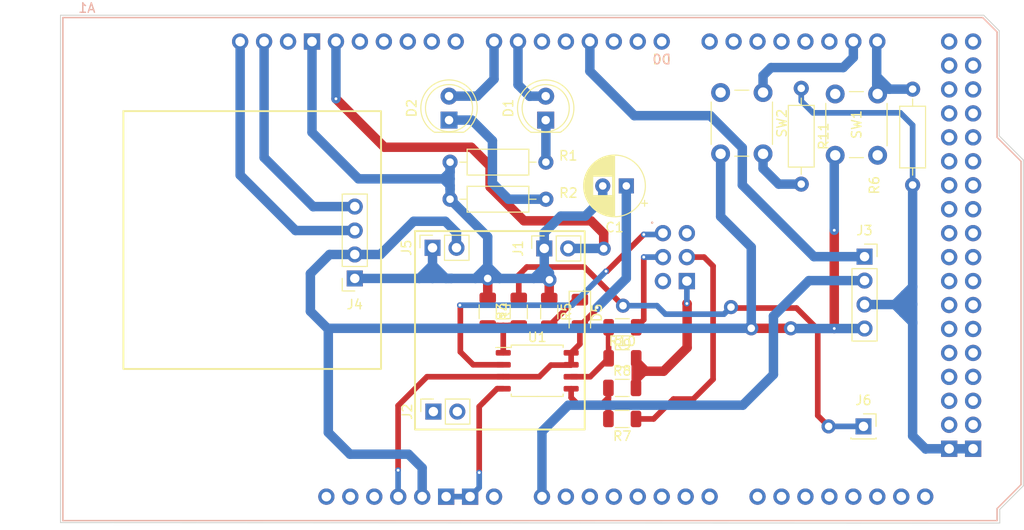
<source format=kicad_pcb>
(kicad_pcb (version 20221018) (generator pcbnew)
  (layers (0 "F.Cu" signal) (31 "B.Cu" signal) (34 "B.Paste" user) (35 "F.Paste" user) (36 "B.SilkS" user "B.Silkscreen") (37 "F.SilkS" user "F.Silkscreen") (38 "B.Mask" user) (39 "F.Mask" user) (44 "Edge.Cuts" user))
  (net 0 "")
  (net 1 "3V3")
  (net 2 "5V")
  (net 6 "A0")
  (net 26 "PE5")
  (net 29 "Net-(D1-A)")
  (net 30 "Net-(D2-A)")
  (net 36 "PB7")
  (net 43 "Net-(A1-D21{slash}SCL)")
  (net 72 "MISO")
  (net 73 "MOSI")
  (net 74 "SCK")
  (net 75 "CS")
  (net 79 "SCL_OLED")
  (net 80 "SDA_OLED")
  (net 82 "GND")
  (net 83 "Net-(D1-K)")
  (net 84 "Net-(D2-K)")
  (net 85 "Net-(D5-K)")
  (net 88 "Net-(U1-~{CS})")
  (net 89 "Data_In")
  (net 90 "CLK")
  (net 95 "Net-(A1-D20{slash}SDA)")
  (footprint "Connector_PinSocket_2.54mm:PinSocket_1x02_P2.54mm_Vertical" (layer "F.Cu") (at 142.44 127.98 90)
    (fp_text reference "J2" (at 0 -2.77 90) (layer "F.SilkS"))
    (fp_text value "Speaker Conn")
    (pad "1" thru_hole rect (at 0 0 90) (size 1.7 1.7) (drill 1) (layers "*.Cu" "*.Mask"))
    (pad "2" thru_hole oval (at 0 2.54 90) (size 1.7 1.7) (drill 1) (layers "*.Cu" "*.Mask"))
  )
  (footprint "Button_Switch_THT:SW_PUSH_6mm_H8mm" (layer "F.Cu") (at 177.4 94.15 -90)
    (fp_text reference "SW2" (at 3.25 -2 90) (layer "F.SilkS"))
    (fp_text value "SW_Push")
    (pad "1" thru_hole circle (at 0 0) (size 2 2) (drill 1.1) (layers "*.Cu" "*.Mask") (net 95 "Net-(A1-D20{slash}SDA)"))
    (pad "1" thru_hole circle (at 6.5 0) (size 2 2) (drill 1.1) (layers "*.Cu" "*.Mask") (net 95 "Net-(A1-D20{slash}SDA)"))
    (pad "2" thru_hole circle (at 0 4.5) (size 2 2) (drill 1.1) (layers "*.Cu" "*.Mask") (net 2 "5V"))
    (pad "2" thru_hole circle (at 6.5 4.5) (size 2 2) (drill 1.1) (layers "*.Cu" "*.Mask") (net 2 "5V"))
  )
  (footprint "Resistor_SMD:R_1206_3216Metric" (layer "F.Cu") (at 148.205 117.39 -90)
    (fp_text reference "R4" (at 0 -1.82 90) (layer "F.SilkS"))
    (fp_text value "2k")
    (pad "1" smd roundrect (at -1.4625 0 270) (size 1.125 1.75) (layers "F.Cu" "F.Paste" "F.Mask") (roundrect_rratio 0.222222) (net 82 "GND"))
    (pad "2" smd roundrect (at 1.4625 0 270) (size 1.125 1.75) (layers "F.Cu" "F.Paste" "F.Mask") (roundrect_rratio 0.222222) (net 88 "Net-(U1-~{CS})"))
  )
  (footprint "Connector_PinSocket_2.54mm:PinSocket_1x01_P2.54mm_Vertical" (layer "F.Cu") (at 188.05 129.55)
    (fp_text reference "J6" (at 0 -2.77) (layer "F.SilkS"))
    (fp_text value "To D53")
    (pad "1" thru_hole rect (at 0 0) (size 1.7 1.7) (drill 1) (layers "*.Cu" "*.Mask") (net 75 "CS"))
  )
  (footprint "Resistor_THT:R_Axial_DIN0207_L6.3mm_D2.5mm_P10.16mm_Horizontal" (layer "F.Cu") (at 181.45 93.7 -90)
    (fp_text reference "R11" (at 5.08 -2.37 90) (layer "F.SilkS"))
    (fp_text value "220R")
    (pad "1" thru_hole circle (at 0 0 270) (size 1.6 1.6) (drill 0.8) (layers "*.Cu" "*.Mask") (net 82 "GND"))
    (pad "2" thru_hole oval (at 10.16 0 270) (size 1.6 1.6) (drill 0.8) (layers "*.Cu" "*.Mask") (net 95 "Net-(A1-D20{slash}SDA)"))
  )
  (footprint "Resistor_SMD:R_1206_3216Metric" (layer "F.Cu") (at 154.725 117.41 -90)
    (fp_text reference "R5" (at 0 -1.82 90) (layer "F.SilkS"))
    (fp_text value "100R")
    (pad "1" smd roundrect (at -1.4625 0 270) (size 1.125 1.75) (layers "F.Cu" "F.Paste" "F.Mask") (roundrect_rratio 0.222222) (net 82 "GND"))
    (pad "2" smd roundrect (at 1.4625 0 270) (size 1.125 1.75) (layers "F.Cu" "F.Paste" "F.Mask") (roundrect_rratio 0.222222) (net 85 "Net-(D5-K)"))
  )
  (footprint "Connector_PinSocket_2.54mm:PinSocket_1x04_P2.54mm_Vertical" (layer "F.Cu") (at 188.16 111.55)
    (fp_text reference "J3" (at 0 -2.77) (layer "F.SilkS"))
    (fp_text value "MQ-2 MODULE")
    (pad "1" thru_hole rect (at 0 0) (size 1.7 1.7) (drill 1) (layers "*.Cu" "*.Mask") (net 26 "PE5"))
    (pad "2" thru_hole oval (at 0 2.54) (size 1.7 1.7) (drill 1) (layers "*.Cu" "*.Mask") (net 6 "A0"))
    (pad "3" thru_hole oval (at 0 5.08) (size 1.7 1.7) (drill 1) (layers "*.Cu" "*.Mask") (net 82 "GND"))
    (pad "4" thru_hole oval (at 0 7.62) (size 1.7 1.7) (drill 1) (layers "*.Cu" "*.Mask") (net 2 "5V"))
  )
  (footprint "LED_THT:LED_D5.0mm" (layer "F.Cu") (at 154.35 97.075 90)
    (fp_text reference "D1" (at 1.27 -3.96 90) (layer "F.SilkS"))
    (fp_text value "LED")
    (pad "1" thru_hole rect (at 0 0 90) (size 1.8 1.8) (drill 0.9) (layers "*.Cu" "*.Mask") (net 83 "Net-(D1-K)"))
    (pad "2" thru_hole circle (at 2.54 0 90) (size 1.8 1.8) (drill 0.9) (layers "*.Cu" "*.Mask") (net 29 "Net-(D1-A)"))
  )
  (footprint "Resistor_SMD:R_1206_3216Metric" (layer "F.Cu") (at 162.4625 128.76 180)
    (fp_text reference "R7" (at 0 -1.82) (layer "F.SilkS"))
    (fp_text value "1k")
    (pad "1" smd roundrect (at -1.4625 0 180) (size 1.125 1.75) (layers "F.Cu" "F.Paste" "F.Mask") (roundrect_rratio 0.222222) (net 73 "MOSI"))
    (pad "2" smd roundrect (at 1.4625 0 180) (size 1.125 1.75) (layers "F.Cu" "F.Paste" "F.Mask") (roundrect_rratio 0.222222) (net 89 "Data_In"))
  )
  (footprint "Resistor_SMD:R_1206_3216Metric" (layer "F.Cu") (at 162.4625 125.47)
    (fp_text reference "R8" (at 0 -1.82) (layer "F.SilkS"))
    (fp_text value "2k")
    (pad "1" smd roundrect (at -1.4625 0) (size 1.125 1.75) (layers "F.Cu" "F.Paste" "F.Mask") (roundrect_rratio 0.222222) (net 89 "Data_In"))
    (pad "2" smd roundrect (at 1.4625 0) (size 1.125 1.75) (layers "F.Cu" "F.Paste" "F.Mask") (roundrect_rratio 0.222222) (net 82 "GND"))
  )
  (footprint "Connector_PinSocket_2.54mm:PinSocket_1x04_P2.54mm_Vertical" (layer "F.Cu") (at 134.105 113.86 180)
    (fp_text reference "J4" (at 0 -2.77) (layer "F.SilkS"))
    (fp_text value "OLED MODULE")
    (pad "1" thru_hole rect (at 0 0 180) (size 1.7 1.7) (drill 1) (layers "*.Cu" "*.Mask") (net 82 "GND"))
    (pad "2" thru_hole oval (at 0 2.54 180) (size 1.7 1.7) (drill 1) (layers "*.Cu" "*.Mask") (net 2 "5V"))
    (pad "3" thru_hole oval (at 0 5.08 180) (size 1.7 1.7) (drill 1) (layers "*.Cu" "*.Mask") (net 79 "SCL_OLED"))
    (pad "4" thru_hole oval (at 0 7.62 180) (size 1.7 1.7) (drill 1) (layers "*.Cu" "*.Mask") (net 80 "SDA_OLED"))
  )
  (footprint "Resistor_THT:R_Axial_DIN0207_L6.3mm_D2.5mm_P10.16mm_Horizontal" (layer "F.Cu") (at 193.26 103.95 90)
    (fp_text reference "R6" (at -0.02 -4.05 90) (layer "F.SilkS"))
    (fp_text value "220R")
    (pad "1" thru_hole circle (at 0 0 90) (size 1.6 1.6) (drill 0.8) (layers "*.Cu" "*.Mask") (net 82 "GND"))
    (pad "2" thru_hole oval (at 10.16 0 90) (size 1.6 1.6) (drill 0.8) (layers "*.Cu" "*.Mask") (net 43 "Net-(A1-D21{slash}SCL)"))
  )
  (footprint "Resistor_SMD:R_1206_3216Metric" (layer "F.Cu") (at 162.485 119.04 180)
    (fp_text reference "R9" (at 0 -1.82) (layer "F.SilkS"))
    (fp_text value "1k")
    (pad "1" smd roundrect (at -1.4625 0 180) (size 1.125 1.75) (layers "F.Cu" "F.Paste" "F.Mask") (roundrect_rratio 0.222222) (net 74 "SCK"))
    (pad "2" smd roundrect (at 1.4625 0 180) (size 1.125 1.75) (layers "F.Cu" "F.Paste" "F.Mask") (roundrect_rratio 0.222222) (net 90 "CLK"))
  )
  (footprint "Resistor_THT:R_Axial_DIN0207_L6.3mm_D2.5mm_P10.16mm_Horizontal" (layer "F.Cu") (at 154.37 105.46 180)
    (fp_text reference "R2" (at -2.39 0.66) (layer "F.SilkS"))
    (fp_text value "220R")
    (pad "1" thru_hole circle (at 0 0 180) (size 1.6 1.6) (drill 0.8) (layers "*.Cu" "*.Mask") (net 84 "Net-(D2-K)"))
    (pad "2" thru_hole oval (at 10.16 0 180) (size 1.6 1.6) (drill 0.8) (layers "*.Cu" "*.Mask") (net 82 "GND"))
  )
  (footprint "Connector_PinSocket_2.54mm:PinSocket_1x02_P2.54mm_Vertical" (layer "F.Cu") (at 154.2 110.68 90)
    (fp_text reference "J1" (at 0 -2.77 90) (layer "F.SilkS"))
    (fp_text value "AMP MODULE")
    (pad "1" thru_hole rect (at 0 0 90) (size 1.7 1.7) (drill 1) (layers "*.Cu" "*.Mask") (net 82 "GND"))
    (pad "2" thru_hole oval (at 0 2.54 90) (size 1.7 1.7) (drill 1) (layers "*.Cu" "*.Mask") (net 36 "PB7"))
  )
  (footprint "Resistor_SMD:R_1206_3216Metric" (layer "F.Cu") (at 151.495 117.39 90)
    (fp_text reference "R3" (at 0 -1.82 90) (layer "F.SilkS"))
    (fp_text value "1k")
    (pad "1" smd roundrect (at -1.4625 0 90) (size 1.125 1.75) (layers "F.Cu" "F.Paste" "F.Mask") (roundrect_rratio 0.222222) (net 88 "Net-(U1-~{CS})"))
    (pad "2" smd roundrect (at 1.4625 0 90) (size 1.125 1.75) (layers "F.Cu" "F.Paste" "F.Mask") (roundrect_rratio 0.222222) (net 75 "CS"))
  )
  (footprint "Resistor_SMD:R_1206_3216Metric" (layer "F.Cu") (at 162.485 122.33)
    (fp_text reference "R10" (at 0 -1.82) (layer "F.SilkS"))
    (fp_text value "2k")
    (pad "1" smd roundrect (at -1.4625 0) (size 1.125 1.75) (layers "F.Cu" "F.Paste" "F.Mask") (roundrect_rratio 0.222222) (net 90 "CLK"))
    (pad "2" smd roundrect (at 1.4625 0) (size 1.125 1.75) (layers "F.Cu" "F.Paste" "F.Mask") (roundrect_rratio 0.222222) (net 82 "GND"))
  )
  (footprint "LED_SMD:LED_1206_3216Metric" (layer "F.Cu") (at 157.975 117.51 -90)
    (fp_text reference "D5" (at 0 -1.82 90) (layer "F.SilkS"))
    (fp_text value "LED")
    (pad "1" smd roundrect (at -1.4 0 270) (size 1.25 1.75) (layers "F.Cu" "F.Paste" "F.Mask") (roundrect_rratio 0.2) (net 85 "Net-(D5-K)"))
    (pad "2" smd roundrect (at 1.4 0 270) (size 1.25 1.75) (layers "F.Cu" "F.Paste" "F.Mask") (roundrect_rratio 0.2) (net 1 "3V3"))
  )
  (footprint "LED_THT:LED_D5.0mm" (layer "F.Cu") (at 144.1 97.07 90)
    (fp_text reference "D2" (at 1.27 -3.96 90) (layer "F.SilkS"))
    (fp_text value "LED")
    (pad "1" thru_hole rect (at 0 0 90) (size 1.8 1.8) (drill 0.9) (layers "*.Cu" "*.Mask") (net 84 "Net-(D2-K)"))
    (pad "2" thru_hole circle (at 2.54 0 90) (size 1.8 1.8) (drill 0.9) (layers "*.Cu" "*.Mask") (net 30 "Net-(D2-A)"))
  )
  (footprint "Package_SO:SOP-8_5.28x5.23mm_P1.27mm" (layer "F.Cu") (at 153.45 123.65)
    (fp_text reference "U1" (at 0 -3.56) (layer "F.SilkS"))
    (fp_text value "W25Q32JVSS")
    (pad "1" smd roundrect (at -3.6 -1.905) (size 1.6 0.6) (layers "F.Cu" "F.Paste" "F.Mask") (net 88 "Net-(U1-~{CS})"))
    (pad "2" smd roundrect (at -3.6 -0.635) (size 1.6 0.6) (layers "F.Cu" "F.Paste" "F.Mask") (net 72 "MISO"))
    (pad "3" smd roundrect (at -3.6 0.635) (size 1.6 0.6) (layers "F.Cu" "F.Paste" "F.Mask") (net 1 "3V3"))
    (pad "4" smd roundrect (at -3.6 1.905) (size 1.6 0.6) (layers "F.Cu" "F.Paste" "F.Mask") (net 82 "GND"))
    (pad "5" smd roundrect (at 3.6 1.905) (size 1.6 0.6) (layers "F.Cu" "F.Paste" "F.Mask") (net 89 "Data_In"))
    (pad "6" smd roundrect (at 3.6 0.635) (size 1.6 0.6) (layers "F.Cu" "F.Paste" "F.Mask") (net 90 "CLK"))
    (pad "7" smd roundrect (at 3.6 -0.635) (size 1.6 0.6) (layers "F.Cu" "F.Paste" "F.Mask") (net 1 "3V3"))
    (pad "8" smd roundrect (at 3.6 -1.905) (size 1.6 0.6) (layers "F.Cu" "F.Paste" "F.Mask") (net 1 "3V3"))
  )
  (footprint "Button_Switch_THT:SW_PUSH_6mm_H8mm" (layer "F.Cu") (at 189.55 94.3 -90)
    (fp_text reference "SW1" (at 3.24 2.23 90) (layer "F.SilkS"))
    (fp_text value "SW_Push")
    (pad "1" thru_hole circle (at 0 0) (size 2 2) (drill 1.1) (layers "*.Cu" "*.Mask") (net 43 "Net-(A1-D21{slash}SCL)"))
    (pad "1" thru_hole circle (at 6.5 0) (size 2 2) (drill 1.1) (layers "*.Cu" "*.Mask") (net 43 "Net-(A1-D21{slash}SCL)"))
    (pad "2" thru_hole circle (at 0 4.5) (size 2 2) (drill 1.1) (layers "*.Cu" "*.Mask") (net 2 "5V"))
    (pad "2" thru_hole circle (at 6.5 4.5) (size 2 2) (drill 1.1) (layers "*.Cu" "*.Mask") (net 2 "5V"))
  )
  (footprint "PCM_arduino-library:Arduino_Mega2560_R3_Shield" (layer "F.Cu") (at 103.154 139.539237)
    (fp_text reference "A1" (at 2.54 -54.356) (layer "B.SilkS") (effects (justify mirror)))
    (fp_text value "Arduino_Mega2560_R3_Shield")
    (fp_text user "." (at 62.484 -32.004) (layer "B.SilkS"))
    (fp_text user "D0" (at 63.5 -48.895 unlocked) (layer "B.SilkS") (effects (justify mirror)))
    (fp_text user "D0" (at 63.5 -48.895 unlocked) (layer "F.SilkS"))
    (fp_text user "." (at 62.484 -32.004) (layer "F.SilkS"))
    (pad "" np_thru_hole circle (at 13.97 -2.54) (size 3.2 3.2) (drill 3.2) (layers "*.Cu" "*.Mask"))
    (pad "" np_thru_hole circle (at 15.24 -50.8) (size 3.2 3.2) (drill 3.2) (layers "*.Cu" "*.Mask"))
    (pad "" thru_hole oval (at 27.94 -2.54) (size 1.7272 1.7272) (drill 1.016) (layers "*.Cu" "*.Mask"))
    (pad "" np_thru_hole circle (at 66.04 -35.56) (size 3.2 3.2) (drill 3.2) (layers "*.Cu" "*.Mask"))
    (pad "" np_thru_hole circle (at 66.04 -7.62) (size 3.2 3.2) (drill 3.2) (layers "*.Cu" "*.Mask"))
    (pad "" np_thru_hole circle (at 90.17 -50.8) (size 3.2 3.2) (drill 3.2) (layers "*.Cu" "*.Mask"))
    (pad "" np_thru_hole circle (at 96.52 -2.54) (size 3.2 3.2) (drill 3.2) (layers "*.Cu" "*.Mask"))
    (pad "3V3" thru_hole oval (at 35.56 -2.54) (size 1.7272 1.7272) (drill 1.016) (layers "*.Cu" "*.Mask") (net 1 "3V3"))
    (pad "5V1" thru_hole oval (at 38.1 -2.54) (size 1.7272 1.7272) (drill 1.016) (layers "*.Cu" "*.Mask") (net 2 "5V"))
    (pad "5V2" thru_hole oval (at 66.167 -30.48) (size 1.7272 1.7272) (drill 1.016) (layers "*.Cu" "*.Mask"))
    (pad "5V3" thru_hole oval (at 93.98 -50.8) (size 1.7272 1.7272) (drill 1.016) (layers "*.Cu" "*.Mask"))
    (pad "5V4" thru_hole oval (at 96.52 -50.8) (size 1.7272 1.7272) (drill 1.016) (layers "*.Cu" "*.Mask"))
    (pad "A0" thru_hole oval (at 50.8 -2.54) (size 1.7272 1.7272) (drill 1.016) (layers "*.Cu" "*.Mask") (net 6 "A0"))
    (pad "A1" thru_hole oval (at 53.34 -2.54) (size 1.7272 1.7272) (drill 1.016) (layers "*.Cu" "*.Mask"))
    (pad "A2" thru_hole oval (at 55.88 -2.54) (size 1.7272 1.7272) (drill 1.016) (layers "*.Cu" "*.Mask"))
    (pad "A3" thru_hole oval (at 58.42 -2.54) (size 1.7272 1.7272) (drill 1.016) (layers "*.Cu" "*.Mask"))
    (pad "A4" thru_hole oval (at 60.96 -2.54) (size 1.7272 1.7272) (drill 1.016) (layers "*.Cu" "*.Mask"))
    (pad "A5" thru_hole oval (at 63.5 -2.54) (size 1.7272 1.7272) (drill 1.016) (layers "*.Cu" "*.Mask"))
    (pad "A6" thru_hole oval (at 66.04 -2.54) (size 1.7272 1.7272) (drill 1.016) (layers "*.Cu" "*.Mask"))
    (pad "A7" thru_hole oval (at 68.58 -2.54) (size 1.7272 1.7272) (drill 1.016) (layers "*.Cu" "*.Mask"))
    (pad "A8" thru_hole oval (at 73.66 -2.54) (size 1.7272 1.7272) (drill 1.016) (layers "*.Cu" "*.Mask"))
    (pad "A9" thru_hole oval (at 76.2 -2.54) (size 1.7272 1.7272) (drill 1.016) (layers "*.Cu" "*.Mask"))
    (pad "A10" thru_hole oval (at 78.74 -2.54) (size 1.7272 1.7272) (drill 1.016) (layers "*.Cu" "*.Mask"))
    (pad "A11" thru_hole oval (at 81.28 -2.54) (size 1.7272 1.7272) (drill 1.016) (layers "*.Cu" "*.Mask"))
    (pad "A12" thru_hole oval (at 83.82 -2.54) (size 1.7272 1.7272) (drill 1.016) (layers "*.Cu" "*.Mask"))
    (pad "A13" thru_hole oval (at 86.36 -2.54) (size 1.7272 1.7272) (drill 1.016) (layers "*.Cu" "*.Mask"))
    (pad "A14" thru_hole oval (at 88.9 -2.54) (size 1.7272 1.7272) (drill 1.016) (layers "*.Cu" "*.Mask"))
    (pad "A15" thru_hole oval (at 91.44 -2.54) (size 1.7272 1.7272) (drill 1.016) (layers "*.Cu" "*.Mask"))
    (pad "AREF" thru_hole oval (at 23.876 -50.8) (size 1.7272 1.7272) (drill 1.016) (layers "*.Cu" "*.Mask"))
    (pad "D0" thru_hole oval (at 63.5 -50.8) (size 1.7272 1.7272) (drill 1.016) (layers "*.Cu" "*.Mask"))
    (pad "D1" thru_hole oval (at 60.96 -50.8) (size 1.7272 1.7272) (drill 1.016) (layers "*.Cu" "*.Mask"))
    (pad "D2" thru_hole oval (at 58.42 -50.8) (size 1.7272 1.7272) (drill 1.016) (layers "*.Cu" "*.Mask"))
    (pad "D3" thru_hole oval (at 55.88 -50.8) (size 1.7272 1.7272) (drill 1.016) (layers "*.Cu" "*.Mask") (net 26 "PE5"))
    (pad "D4" thru_hole oval (at 53.34 -50.8) (size 1.7272 1.7272) (drill 1.016) (layers "*.Cu" "*.Mask"))
    (pad "D5" thru_hole oval (at 50.8 -50.8) (size 1.7272 1.7272) (drill 1.016) (layers "*.Cu" "*.Mask"))
    (pad "D6" thru_hole oval (at 48.26 -50.8) (size 1.7272 1.7272) (drill 1.016) (layers "*.Cu" "*.Mask") (net 29 "Net-(D1-A)"))
    (pad "D7" thru_hole oval (at 45.72 -50.8) (size 1.7272 1.7272) (drill 1.016) (layers "*.Cu" "*.Mask") (net 30 "Net-(D2-A)"))
    (pad "D8" thru_hole oval (at 41.656 -50.8) (size 1.7272 1.7272) (drill 1.016) (layers "*.Cu" "*.Mask"))
    (pad "D9" thru_hole oval (at 39.116 -50.8) (size 1.7272 1.7272) (drill 1.016) (layers "*.Cu" "*.Mask"))
    (pad "D10" thru_hole oval (at 36.576 -50.8) (size 1.7272 1.7272) (drill 1.016) (layers "*.Cu" "*.Mask"))
    (pad "D11" thru_hole oval (at 34.036 -50.8) (size 1.7272 1.7272) (drill 1.016) (layers "*.Cu" "*.Mask"))
    (pad "D12" thru_hole oval (at 31.496 -50.8) (size 1.7272 1.7272) (drill 1.016) (layers "*.Cu" "*.Mask"))
    (pad "D13" thru_hole oval (at 28.956 -50.8) (size 1.7272 1.7272) (drill 1.016) (layers "*.Cu" "*.Mask") (net 36 "PB7"))
    (pad "D14" thru_hole oval (at 68.58 -50.8) (size 1.7272 1.7272) (drill 1.016) (layers "*.Cu" "*.Mask"))
    (pad "D15" thru_hole oval (at 71.12 -50.8) (size 1.7272 1.7272) (drill 1.016) (layers "*.Cu" "*.Mask"))
    (pad "D16" thru_hole oval (at 73.66 -50.8) (size 1.7272 1.7272) (drill 1.016) (layers "*.Cu" "*.Mask"))
    (pad "D17" thru_hole oval (at 76.2 -50.8) (size 1.7272 1.7272) (drill 1.016) (layers "*.Cu" "*.Mask"))
    (pad "D18" thru_hole oval (at 78.74 -50.8) (size 1.7272 1.7272) (drill 1.016) (layers "*.Cu" "*.Mask"))
    (pad "D19" thru_hole oval (at 81.28 -50.8) (size 1.7272 1.7272) (drill 1.016) (layers "*.Cu" "*.Mask"))
    (pad "D20" thru_hole oval (at 83.82 -50.8) (size 1.7272 1.7272) (drill 1.016) (layers "*.Cu" "*.Mask") (net 95 "Net-(A1-D20{slash}SDA)"))
    (pad "D21" thru_hole oval (at 86.36 -50.8) (size 1.7272 1.7272) (drill 1.016) (layers "*.Cu" "*.Mask") (net 43 "Net-(A1-D21{slash}SCL)"))
    (pad "D22" thru_hole oval (at 93.98 -48.26) (size 1.7272 1.7272) (drill 1.016) (layers "*.Cu" "*.Mask"))
    (pad "D23" thru_hole oval (at 96.52 -48.26) (size 1.7272 1.7272) (drill 1.016) (layers "*.Cu" "*.Mask"))
    (pad "D24" thru_hole oval (at 93.98 -45.72) (size 1.7272 1.7272) (drill 1.016) (layers "*.Cu" "*.Mask"))
    (pad "D25" thru_hole oval (at 96.52 -45.72) (size 1.7272 1.7272) (drill 1.016) (layers "*.Cu" "*.Mask"))
    (pad "D26" thru_hole oval (at 93.98 -43.18) (size 1.7272 1.7272) (drill 1.016) (layers "*.Cu" "*.Mask"))
    (pad "D27" thru_hole oval (at 96.52 -43.18) (size 1.7272 1.7272) (drill 1.016) (layers "*.Cu" "*.Mask"))
    (pad "D28" thru_hole oval (at 93.98 -40.64) (size 1.7272 1.7272) (drill 1.016) (layers "*.Cu" "*.Mask"))
    (pad "D29" thru_hole oval (at 96.52 -40.64) (size 1.7272 1.7272) (drill 1.016) (layers "*.Cu" "*.Mask"))
    (pad "D30" thru_hole oval (at 93.98 -38.1) (size 1.7272 1.7272) (drill 1.016) (layers "*.Cu" "*.Mask"))
    (pad "D31" thru_hole oval (at 96.52 -38.1) (size 1.7272 1.7272) (drill 1.016) (layers "*.Cu" "*.Mask"))
    (pad "D32" thru_hole oval (at 93.98 -35.56) (size 1.7272 1.7272) (drill 1.016) (layers "*.Cu" "*.Mask"))
    (pad "D33" thru_hole oval (at 96.52 -35.56) (size 1.7272 1.7272) (drill 1.016) (layers "*.Cu" "*.Mask"))
    (pad "D34" thru_hole oval (at 93.98 -33.02) (size 1.7272 1.7272) (drill 1.016) (layers "*.Cu" "*.Mask"))
    (pad "D35" thru_hole oval (at 96.52 -33.02) (size 1.7272 1.7272) (drill 1.016) (layers "*.Cu" "*.Mask"))
    (pad "D36" thru_hole oval (at 93.98 -30.48) (size 1.7272 1.7272) (drill 1.016) (layers "*.Cu" "*.Mask"))
    (pad "D37" thru_hole oval (at 96.52 -30.48) (size 1.7272 1.7272) (drill 1.016) (layers "*.Cu" "*.Mask"))
    (pad "D38" thru_hole oval (at 93.98 -27.94) (size 1.7272 1.7272) (drill 1.016) (layers "*.Cu" "*.Mask"))
    (pad "D39" thru_hole oval (at 96.52 -27.94) (size 1.7272 1.7272) (drill 1.016) (layers "*.Cu" "*.Mask"))
    (pad "D40" thru_hole oval (at 93.98 -25.4) (size 1.7272 1.7272) (drill 1.016) (layers "*.Cu" "*.Mask"))
    (pad "D41" thru_hole oval (at 96.52 -25.4) (size 1.7272 1.7272) (drill 1.016) (layers "*.Cu" "*.Mask"))
    (pad "D42" thru_hole oval (at 93.98 -22.86) (size 1.7272 1.7272) (drill 1.016) (layers "*.Cu" "*.Mask"))
    (pad "D43" thru_hole oval (at 96.52 -22.86) (size 1.7272 1.7272) (drill 1.016) (layers "*.Cu" "*.Mask"))
    (pad "D44" thru_hole oval (at 93.98 -20.32) (size 1.7272 1.7272) (drill 1.016) (layers "*.Cu" "*.Mask"))
    (pad "D45" thru_hole oval (at 96.52 -20.32) (size 1.7272 1.7272) (drill 1.016) (layers "*.Cu" "*.Mask"))
    (pad "D46" thru_hole oval (at 93.98 -17.78) (size 1.7272 1.7272) (drill 1.016) (layers "*.Cu" "*.Mask"))
    (pad "D47" thru_hole oval (at 96.52 -17.78) (size 1.7272 1.7272) (drill 1.016) (layers "*.Cu" "*.Mask"))
    (pad "D48" thru_hole oval (at 93.98 -15.24) (size 1.7272 1.7272) (drill 1.016) (layers "*.Cu" "*.Mask"))
    (pad "D49" thru_hole oval (at 96.52 -15.24) (size 1.7272 1.7272) (drill 1.016) (layers "*.Cu" "*.Mask"))
    (pad "D50" thru_hole oval (at 93.98 -12.7) (size 1.7272 1.7272) (drill 1.016) (layers "*.Cu" "*.Mask"))
    (pad "D51" thru_hole oval (at 96.52 -12.7) (size 1.7272 1.7272) (drill 1.016) (layers "*.Cu" "*.Mask"))
    (pad "D52" thru_hole oval (at 93.98 -10.16) (size 1.7272 1.7272) (drill 1.016) (layers "*.Cu" "*.Mask"))
    (pad "D53" thru_hole oval (at 96.52 -10.16) (size 1.7272 1.7272) (drill 1.016) (layers "*.Cu" "*.Mask"))
    (pad "GND1" thru_hole rect (at 26.416 -50.8) (size 1.7272 1.7272) (drill 1.016) (layers "*.Cu" "*.Mask") (net 82 "GND"))
    (pad "GND2" thru_hole rect (at 40.64 -2.54) (size 1.7272 1.7272) (drill 1.016) (layers "*.Cu" "*.Mask") (net 82 "GND"))
    (pad "GND3" thru_hole rect (at 43.18 -2.54) (size 1.7272 1.7272) (drill 1.016) (layers "*.Cu" "*.Mask") (net 82 "GND"))
    (pad "GND4" thru_hole rect (at 66.167 -25.4) (size 1.7272 1.7272) (drill 1.016) (layers "*.Cu" "*.Mask") (net 82 "GND"))
    (pad "GND5" thru_hole rect (at 93.98 -7.62) (size 1.7272 1.7272) (drill 1.016) (layers "*.Cu" "*.Mask") (net 82 "GND"))
    (pad "GND6" thru_hole rect (at 96.52 -7.62) (size 1.7272 1.7272) (drill 1.016) (layers "*.Cu" "*.Mask") (net 82 "GND"))
    (pad "IORF" thru_hole oval (at 30.48 -2.54) (size 1.7272 1.7272) (drill 1.016) (layers "*.Cu" "*.Mask"))
    (pad "MISO" thru_hole oval (at 63.627 -30.48) (size 1.7272 1.7272) (drill 1.016) (layers "*.Cu" "*.Mask") (net 72 "MISO"))
    (pad "MOSI" thru_hole oval (at 66.167 -27.94) (size 1.7272 1.7272) (drill 1.016) (layers "*.Cu" "*.Mask") (net 73 "MOSI"))
    (pad "RST1" thru_hole oval (at 33.02 -2.54) (size 1.7272 1.7272) (drill 1.016) (layers "*.Cu" "*.Mask"))
    (pad "RST2" thru_hole oval (at 63.627 -25.4) (size 1.7272 1.7272) (drill 1.016) (layers "*.Cu" "*.Mask"))
    (pad "SCK" thru_hole oval (at 63.627 -27.94) (size 1.7272 1.7272) (drill 1.016) (layers "*.Cu" "*.Mask") (net 74 "SCK"))
    (pad "SCL" thru_hole oval (at 18.796 -50.8) (size 1.7272 1.7272) (drill 1.016) (layers "*.Cu" "*.Mask") (net 79 "SCL_OLED"))
    (pad "SDA" thru_hole oval (at 21.336 -50.8) (size 1.7272 1.7272) (drill 1.016) (layers "*.Cu" "*.Mask") (net 80 "SDA_OLED"))
    (pad "VIN" thru_hole oval (at 45.72 -2.54) (size 1.7272 1.7272) (drill 1.016) (layers "*.Cu" "*.Mask"))
  )
  (footprint "Capacitor_THT:CP_Radial_D6.3mm_P2.50mm" (layer "F.Cu") (at 162.9 104.05 180)
    (fp_text reference "C1" (at 1.25 -4.4) (layer "F.SilkS"))
    (fp_text value "C_Polarized")
    (pad "1" thru_hole rect (at 0 0 180) (size 1.6 1.6) (drill 0.8) (layers "*.Cu" "*.Mask") (net 1 "3V3"))
    (pad "2" thru_hole circle (at 2.5 0 180) (size 1.6 1.6) (drill 0.8) (layers "*.Cu" "*.Mask") (net 82 "GND"))
  )
  (footprint "Connector_PinSocket_2.54mm:PinSocket_1x02_P2.54mm_Vertical" (layer "F.Cu") (at 142.35 110.61 90)
    (fp_text reference "J5" (at 0 -2.77 90) (layer "F.SilkS"))
    (fp_text value "VCC")
    (pad "1" thru_hole rect (at 0 0 90) (size 1.7 1.7) (drill 1) (layers "*.Cu" "*.Mask") (net 82 "GND"))
    (pad "2" thru_hole oval (at 0 2.54 90) (size 1.7 1.7) (drill 1) (layers "*.Cu" "*.Mask") (net 2 "5V"))
  )
  (footprint "Resistor_THT:R_Axial_DIN0207_L6.3mm_D2.5mm_P10.16mm_Horizontal" (layer "F.Cu") (at 154.37 101.53 180)
    (fp_text reference "R1" (at -2.37 0.68) (layer "F.SilkS"))
    (fp_text value "220R")
    (pad "1" thru_hole circle (at 0 0 180) (size 1.6 1.6) (drill 0.8) (layers "*.Cu" "*.Mask") (net 83 "Net-(D1-K)"))
    (pad "2" thru_hole oval (at 10.16 0 180) (size 1.6 1.6) (drill 0.8) (layers "*.Cu" "*.Mask") (net 82 "GND"))
  )
  (gr_rect (start 140.49 129.88) (end 158.49 108.84) (stroke (width 0.2)) (fill none) (layer "F.SilkS"))
  (gr_rect (start 109.57 96.12) (end 136.89 123.46) (stroke (width 0.2)) (fill none) (layer "F.SilkS"))
  (gr_line (start 200.8 85.95) (end 202.45 87.6) (stroke (width 0.1)) (layer "Edge.Cuts"))
  (gr_line (start 102.9 85.95) (end 200.8 85.95) (stroke (width 0.1)) (layer "Edge.Cuts"))
  (gr_line (start 202.5 139.8) (end 102.9 139.75) (stroke (width 0.1)) (layer "Edge.Cuts"))
  (gr_line (start 202.5 138.35) (end 202.5 139.8) (stroke (width 0.1)) (layer "Edge.Cuts"))
  (gr_line (start 205 101.3) (end 205 135.85) (stroke (width 0.1)) (layer "Edge.Cuts"))
  (gr_line (start 102.9 139.75) (end 102.9 85.95) (stroke (width 0.1)) (layer "Edge.Cuts"))
  (gr_line (start 205 135.85) (end 202.5 138.35) (stroke (width 0.1)) (layer "Edge.Cuts"))
  (gr_line (start 202.45 98.75) (end 205 101.3) (stroke (width 0.1)) (layer "Edge.Cuts"))
  (gr_line (start 202.45 87.6) (end 202.45 98.75) (stroke (width 0.1)) (layer "Edge.Cuts"))
  (segment (start 157.975 120.82) (end 157.05 121.745) (width 0.6) (layer "F.Cu") (net 1))
  (segment (start 141.765 124.285) (end 138.7 127.35) (width 0.6) (layer "F.Cu") (net 1))
  (segment (start 154.9 123.05) (end 157.015 123.05) (width 0.6) (layer "F.Cu") (net 1))
  (segment (start 159.8 117.085) (end 157.975 118.91) (width 0.6) (layer "F.Cu") (net 1))
  (segment (start 157.05 121.745) (end 157.05 123.015) (width 0.6) (layer "F.Cu") (net 1))
  (segment (start 138.7 127.35) (end 138.7 134.2) (width 0.6) (layer "F.Cu") (net 1))
  (segment (start 149.85 124.285) (end 141.765 124.285) (width 0.6) (layer "F.Cu") (net 1))
  (segment (start 153.665 124.285) (end 154.9 123.05) (width 0.6) (layer "F.Cu") (net 1))
  (segment (start 157.975 118.91) (end 157.975 120.82) (width 0.6) (layer "F.Cu") (net 1))
  (segment (start 157.015 123.05) (end 157.05 123.015) (width 0.6) (layer "F.Cu") (net 1))
  (segment (start 159.8 116.95) (end 159.8 117.085) (width 0.6) (layer "F.Cu") (net 1))
  (segment (start 149.85 124.285) (end 153.665 124.285) (width 0.6) (layer "F.Cu") (net 1))
  (via (at 159.8 116.95) (size 0.6) (drill 0.3) (layers "F.Cu" "B.Cu") (net 1))
  (via (at 138.7 134.2) (size 0.6) (drill 0.3) (layers "F.Cu" "B.Cu") (net 1))
  (segment (start 162.9 113.85) (end 159.8 116.95) (width 1) (layer "B.Cu") (net 1))
  (segment (start 138.7 134.2) (end 138.7 136.985237) (width 0.6) (layer "B.Cu") (net 1))
  (segment (start 138.7 136.985237) (end 138.714 136.999237) (width 0.6) (layer "B.Cu") (net 1))
  (segment (start 162.9 104.05) (end 162.9 113.85) (width 1) (layer "B.Cu") (net 1))
  (segment (start 184.95 108.75) (end 184.95 119.17) (width 1) (layer "F.Cu") (net 2))
  (segment (start 180.35 119.15) (end 176.15 119.15) (width 1) (layer "F.Cu") (net 2))
  (via (at 184.95 119.17) (size 0.6) (drill 0.3) (layers "F.Cu" "B.Cu") (net 2))
  (via (at 180.35 119.15) (size 1.5) (drill 0.8) (layers "F.Cu" "B.Cu") (net 2))
  (via (at 176.15 119.15) (size 1.5) (drill 0.8) (layers "F.Cu" "B.Cu") (net 2))
  (via (at 184.95 108.75) (size 0.6) (drill 0.3) (layers "F.Cu" "B.Cu") (net 2))
  (segment (start 139.8 132.5) (end 141.254 133.954) (width 1) (layer "B.Cu") (net 2))
  (segment (start 144.89 108.99) (end 143.7 107.8) (width 1) (layer "B.Cu") (net 2))
  (segment (start 184.95 119.17) (end 180.37 119.17) (width 1) (layer "B.Cu") (net 2))
  (segment (start 134.105 111.32) (end 131.43 111.32) (width 1) (layer "B.Cu") (net 2))
  (segment (start 133.6 132.5) (end 139.8 132.5) (width 1) (layer "B.Cu") (net 2))
  (segment (start 176.15 119.15) (end 176.15 110.55) (width 1) (layer "B.Cu") (net 2))
  (segment (start 131.3 119.15) (end 131.3 130.2) (width 1) (layer "B.Cu") (net 2))
  (segment (start 143.7 107.8) (end 140.35 107.8) (width 1) (layer "B.Cu") (net 2))
  (segment (start 176.15 119.15) (end 157.3 119.15) (width 1) (layer "B.Cu") (net 2))
  (segment (start 140.35 107.8) (end 136.83 111.32) (width 1) (layer "B.Cu") (net 2))
  (segment (start 136.83 111.32) (end 134.105 111.32) (width 1) (layer "B.Cu") (net 2))
  (segment (start 141.254 133.954) (end 141.254 136.999237) (width 1) (layer "B.Cu") (net 2))
  (segment (start 176.15 110.55) (end 172.9 107.3) (width 1) (layer "B.Cu") (net 2))
  (segment (start 144.89 110.61) (end 144.89 108.99) (width 1) (layer "B.Cu") (net 2))
  (segment (start 131.25 119.2) (end 131.3 119.15) (width 1) (layer "B.Cu") (net 2))
  (segment (start 131.3 119.15) (end 157.3 119.15) (width 1) (layer "B.Cu") (net 2))
  (segment (start 185.05 100.8) (end 184.95 100.9) (width 1) (layer "B.Cu") (net 2))
  (segment (start 129.4 113.35) (end 129.4 117.35) (width 1) (layer "B.Cu") (net 2))
  (segment (start 188.16 119.17) (end 184.95 119.17) (width 1) (layer "B.Cu") (net 2))
  (segment (start 129.4 117.35) (end 131.25 119.2) (width 1) (layer "B.Cu") (net 2))
  (segment (start 172.9 107.3) (end 172.9 100.65) (width 1) (layer "B.Cu") (net 2))
  (segment (start 184.95 100.9) (end 184.95 108.75) (width 1) (layer "B.Cu") (net 2))
  (segment (start 131.43 111.32) (end 129.4 113.35) (width 1) (layer "B.Cu") (net 2))
  (segment (start 180.37 119.17) (end 180.35 119.15) (width 1) (layer "B.Cu") (net 2))
  (segment (start 131.3 130.2) (end 133.6 132.5) (width 1) (layer "B.Cu") (net 2))
  (segment (start 153.954 130.096) (end 156.75 127.3) (width 1) (layer "B.Cu") (net 6))
  (segment (start 178.5 124.05) (end 178.5 117.85) (width 1) (layer "B.Cu") (net 6))
  (segment (start 182.26 114.09) (end 188.16 114.09) (width 1) (layer "B.Cu") (net 6))
  (segment (start 178.5 117.85) (end 182.26 114.09) (width 1) (layer "B.Cu") (net 6))
  (segment (start 156.75 127.3) (end 175.25 127.3) (width 1) (layer "B.Cu") (net 6))
  (segment (start 175.25 127.3) (end 178.5 124.05) (width 1) (layer "B.Cu") (net 6))
  (segment (start 153.954 136.999237) (end 153.954 130.096) (width 1) (layer "B.Cu") (net 6))
  (segment (start 159.034 91.884) (end 159.034 88.739237) (width 1) (layer "B.Cu") (net 26))
  (segment (start 175.2 100) (end 171.8 96.6) (width 1) (layer "B.Cu") (net 26))
  (segment (start 188.16 111.55) (end 182.8 111.55) (width 1) (layer "B.Cu") (net 26))
  (segment (start 171.8 96.6) (end 163.75 96.6) (width 1) (layer "B.Cu") (net 26))
  (segment (start 182.8 111.55) (end 175.2 103.95) (width 1) (layer "B.Cu") (net 26))
  (segment (start 175.2 103.95) (end 175.2 100) (width 1) (layer "B.Cu") (net 26))
  (segment (start 163.75 96.6) (end 159.034 91.884) (width 1) (layer "B.Cu") (net 26))
  (segment (start 151.414 93.314) (end 152.65 94.55) (width 1) (layer "B.Cu") (net 29))
  (segment (start 152.665 94.535) (end 154.35 94.535) (width 1) (layer "B.Cu") (net 29))
  (segment (start 151.414 88.739237) (end 151.414 93.314) (width 1) (layer "B.Cu") (net 29))
  (segment (start 152.65 94.55) (end 152.665 94.535) (width 1) (layer "B.Cu") (net 29))
  (segment (start 148.874 92.726) (end 147.07 94.53) (width 1) (layer "B.Cu") (net 30))
  (segment (start 147.07 94.53) (end 144.1 94.53) (width 1) (layer "B.Cu") (net 30))
  (segment (start 148.874 88.739237) (end 148.874 92.726) (width 1) (layer "B.Cu") (net 30))
  (segment (start 152.05 107.75) (end 148.45 104.15) (width 1) (layer "F.Cu") (net 36))
  (segment (start 160.5 110.7) (end 160.5 109.1) (width 1) (layer "F.Cu") (net 36))
  (segment (start 159.15 107.75) (end 152.05 107.75) (width 1) (layer "F.Cu") (net 36))
  (segment (start 160.5 109.1) (end 159.15 107.75) (width 1) (layer "F.Cu") (net 36))
  (segment (start 137.25 99.95) (end 132.11 94.81) (width 1) (layer "F.Cu") (net 36))
  (segment (start 148.45 101.95) (end 146.45 99.95) (width 1) (layer "F.Cu") (net 36))
  (segment (start 148.45 104.15) (end 148.45 101.95) (width 1) (layer "F.Cu") (net 36))
  (segment (start 146.45 99.95) (end 137.25 99.95) (width 1) (layer "F.Cu") (net 36))
  (via (at 160.5 110.7) (size 1.5) (drill 0.8) (layers "F.Cu" "B.Cu") (net 36))
  (via (at 132.11 94.81) (size 0.6) (drill 0.3) (layers "F.Cu" "B.Cu") (net 36))
  (segment (start 156.74 110.68) (end 160.48 110.68) (width 1) (layer "B.Cu") (net 36))
  (segment (start 132.11 88.739237) (end 132.11 94.81) (width 1) (layer "B.Cu") (net 36))
  (segment (start 160.48 110.68) (end 160.5 110.7) (width 1) (layer "B.Cu") (net 36))
  (segment (start 189.45 92.4) (end 189.45 92.44) (width 1) (layer "B.Cu") (net 43))
  (segment (start 189.45 92.44) (end 190.8 93.79) (width 1) (layer "B.Cu") (net 43))
  (segment (start 189.45 92.4) (end 189.45 88.803237) (width 1) (layer "B.Cu") (net 43))
  (segment (start 190.8 93.79) (end 189.49 93.79) (width 1) (layer "B.Cu") (net 43))
  (segment (start 189.45 93.83) (end 189.45 92.4) (width 1) (layer "B.Cu") (net 43))
  (segment (start 189.49 93.79) (end 189.45 93.83) (width 1) (layer "B.Cu") (net 43))
  (segment (start 189.45 88.803237) (end 189.514 88.739237) (width 1) (layer "B.Cu") (net 43))
  (segment (start 193.26 93.79) (end 190.8 93.79) (width 1) (layer "B.Cu") (net 43))
  (segment (start 146.665 123.015) (end 145.3 121.65) (width 0.6) (layer "F.Cu") (net 72))
  (segment (start 160.85 113.1) (end 164.75 109.2) (width 0.6) (layer "F.Cu") (net 72))
  (segment (start 149.85 123.015) (end 146.665 123.015) (width 0.6) (layer "F.Cu") (net 72))
  (segment (start 145.3 116.75) (end 145.25 116.7) (width 0.6) (layer "F.Cu") (net 72))
  (segment (start 145.3 121.65) (end 145.3 116.75) (width 0.6) (layer "F.Cu") (net 72))
  (segment (start 160.75 113.1) (end 160.85 113.1) (width 0.6) (layer "F.Cu") (net 72))
  (via (at 145.25 116.7) (size 0.6) (drill 0.3) (layers "F.Cu" "B.Cu") (net 72))
  (via (at 160.75 113.1) (size 0.6) (drill 0.3) (layers "F.Cu" "B.Cu") (net 72))
  (via (at 164.75 109.2) (size 0.6) (drill 0.3) (layers "F.Cu" "B.Cu") (net 72))
  (segment (start 157.15 116.7) (end 160.75 113.1) (width 0.6) (layer "B.Cu") (net 72))
  (segment (start 166.640237 109.2) (end 166.781 109.059237) (width 0.6) (layer "B.Cu") (net 72))
  (segment (start 145.25 116.7) (end 157.15 116.7) (width 0.6) (layer "B.Cu") (net 72))
  (segment (start 164.75 109.2) (end 166.640237 109.2) (width 0.6) (layer "B.Cu") (net 72))
  (segment (start 165.79 128.76) (end 167.9 126.65) (width 0.6) (layer "F.Cu") (net 73))
  (segment (start 170 126.65) (end 172.1 124.55) (width 0.6) (layer "F.Cu") (net 73))
  (segment (start 172.1 124.55) (end 172.1 112.55) (width 0.6) (layer "F.Cu") (net 73))
  (segment (start 167.9 126.65) (end 170 126.65) (width 0.6) (layer "F.Cu") (net 73))
  (segment (start 172.1 112.55) (end 171.149237 111.599237) (width 0.6) (layer "F.Cu") (net 73))
  (segment (start 171.149237 111.599237) (end 169.321 111.599237) (width 0.6) (layer "F.Cu") (net 73))
  (segment (start 163.925 128.76) (end 165.79 128.76) (width 0.6) (layer "F.Cu") (net 73))
  (segment (start 164.75 111.6) (end 164.75 118.2375) (width 0.6) (layer "F.Cu") (net 74))
  (segment (start 164.75 118.2375) (end 163.9475 119.04) (width 0.6) (layer "F.Cu") (net 74))
  (via (at 164.75 111.6) (size 0.6) (drill 0.3) (layers "F.Cu" "B.Cu") (net 74))
  (segment (start 164.750763 111.599237) (end 164.75 111.6) (width 0.6) (layer "B.Cu") (net 74))
  (segment (start 166.781 111.599237) (end 164.750763 111.599237) (width 0.6) (layer "B.Cu") (net 74))
  (segment (start 183.2 128.4) (end 184.35 129.55) (width 0.6) (layer "F.Cu") (net 75))
  (segment (start 180.95 117) (end 183.2 119.25) (width 0.6) (layer "F.Cu") (net 75))
  (segment (start 174.1 117) (end 180.95 117) (width 0.6) (layer "F.Cu") (net 75))
  (segment (start 151.495 115.9275) (end 151.495 113.505) (width 0.6) (layer "F.Cu") (net 75))
  (segment (start 183.2 119.25) (end 183.2 128.4) (width 0.6) (layer "F.Cu") (net 75))
  (segment (start 158.45 112.65) (end 162.55 116.75) (width 0.6) (layer "F.Cu") (net 75))
  (segment (start 151.495 113.505) (end 152.35 112.65) (width 0.6) (layer "F.Cu") (net 75))
  (segment (start 174 116.9) (end 174.1 117) (width 0.6) (layer "F.Cu") (net 75))
  (segment (start 152.35 112.65) (end 158.45 112.65) (width 0.6) (layer "F.Cu") (net 75))
  (via (at 162.55 116.75) (size 1.5) (drill 0.8) (layers "F.Cu" "B.Cu") (net 75))
  (via (at 184.35 129.55) (size 1.5) (drill 0.8) (layers "F.Cu" "B.Cu") (net 75))
  (via (at 174 116.9) (size 1.5) (drill 0.8) (layers "F.Cu" "B.Cu") (net 75))
  (segment (start 184.35 129.55) (end 188.05 129.55) (width 0.6) (layer "B.Cu") (net 75))
  (segment (start 167.05 117.65) (end 166.15 116.75) (width 0.6) (layer "B.Cu") (net 75))
  (segment (start 174 116.9) (end 173.25 117.65) (width 0.6) (layer "B.Cu") (net 75))
  (segment (start 166.15 116.75) (end 162.55 116.75) (width 0.6) (layer "B.Cu") (net 75))
  (segment (start 173.25 117.65) (end 167.05 117.65) (width 0.6) (layer "B.Cu") (net 75))
  (segment (start 121.95 102.9) (end 127.83 108.78) (width 1) (layer "B.Cu") (net 79))
  (segment (start 127.83 108.78) (end 134.105 108.78) (width 1) (layer "B.Cu") (net 79))
  (segment (start 121.95 88.739237) (end 121.95 102.9) (width 1) (layer "B.Cu") (net 79))
  (segment (start 124.49 101.04) (end 129.7 106.25) (width 1) (layer "B.Cu") (net 80))
  (segment (start 129.71 106.24) (end 134.105 106.24) (width 1) (layer "B.Cu") (net 80))
  (segment (start 124.49 88.739237) (end 124.49 101.04) (width 1) (layer "B.Cu") (net 80))
  (segment (start 129.7 106.25) (end 129.71 106.24) (width 1) (layer "B.Cu") (net 80))
  (segment (start 147.3 127.45) (end 147.3 134.45) (width 0.6) (layer "F.Cu") (net 82))
  (segment (start 169.321 116.521) (end 169.35 116.55) (width 1) (layer "F.Cu") (net 82))
  (segment (start 169.35 121.2) (end 166.85 123.7) (width 1) (layer "F.Cu") (net 82))
  (segment (start 149.195 125.555) (end 147.75 127) (width 0.6) (layer "F.Cu") (net 82))
  (segment (start 163.9475 123.7) (end 163.9475 124.5) (width 1) (layer "F.Cu") (net 82))
  (segment (start 164.7475 123.7) (end 163.9475 124.5) (width 1) (layer "F.Cu") (net 82))
  (segment (start 164.95 123.7) (end 163.9475 123.7) (width 1) (layer "F.Cu") (net 82))
  (segment (start 148.205 113.865) (end 148.2 113.86) (width 1) (layer "F.Cu") (net 82))
  (segment (start 154.725 114.025) (end 154.75 114) (width 1) (layer "F.Cu") (net 82))
  (segment (start 169.35 116.55) (end 169.35 121.2) (width 1) (layer "F.Cu") (net 82))
  (segment (start 163.9475 122.6975) (end 164.95 123.7) (width 1) (layer "F.Cu") (net 82))
  (segment (start 154.725 115.9475) (end 154.725 114.025) (width 1) (layer "F.Cu") (net 82))
  (segment (start 163.9475 124.5) (end 163.9475 125.4475) (width 1) (layer "F.Cu") (net 82))
  (segment (start 166.85 123.7) (end 164.95 123.7) (width 1) (layer "F.Cu") (net 82))
  (segment (start 164.95 123.7) (end 164.7475 123.7) (width 1) (layer "F.Cu") (net 82))
  (segment (start 163.9475 125.4475) (end 163.925 125.47) (width 1) (layer "F.Cu") (net 82))
  (segment (start 149.85 125.555) (end 149.195 125.555) (width 0.6) (layer "F.Cu") (net 82))
  (segment (start 163.9475 122.33) (end 163.9475 123.7) (width 1) (layer "F.Cu") (net 82))
  (segment (start 147.75 127) (end 147.3 127.45) (width 0.6) (layer "F.Cu") (net 82))
  (segment (start 148.205 115.9275) (end 148.205 113.865) (width 1) (layer "F.Cu") (net 82))
  (segment (start 163.9475 122.33) (end 163.9475 122.6975) (width 1) (layer "F.Cu") (net 82))
  (via (at 148.2 113.86) (size 1.5) (drill 0.8) (layers "F.Cu" "B.Cu") (net 82))
  (via (at 147.3 134.45) (size 0.6) (drill 0.3) (layers "F.Cu" "B.Cu") (net 82))
  (via (at 154.75 114) (size 1.5) (drill 0.8) (layers "F.Cu" "B.Cu") (net 82))
  (via (at 169.321 116.521) (size 0.6) (drill 0.3) (layers "F.Cu" "B.Cu") (net 82))
  (segment (start 146.334 136.999237) (end 143.794 136.999237) (width 0.6) (layer "B.Cu") (net 82))
  (segment (start 154.61 113.86) (end 153.09 113.86) (width 1) (layer "B.Cu") (net 82))
  (segment (start 143.76 113.86) (end 144.35 113.86) (width 1) (layer "B.Cu") (net 82))
  (segment (start 134.105 113.86) (end 140.94 113.86) (width 1) (layer "B.Cu") (net 82))
  (segment (start 148.2 112.4) (end 148.2 113.86) (width 1) (layer "B.Cu") (net 82))
  (segment (start 194.65 131.95) (end 194.680763 131.919237) (width 1) (layer "B.Cu") (net 82))
  (segment (start 140.94 113.86) (end 142.35 113.86) (width 1) (layer "B.Cu") (net 82))
  (segment (start 154.2 110.68) (end 154.2 109) (width 1) (layer "B.Cu") (net 82))
  (segment (start 192.27 117.53) (end 192.27 117.23) (width 1) (layer "B.Cu") (net 82))
  (segment (start 191.37 116.63) (end 191.4 116.6) (width 1) (layer "B.Cu") (net 82))
  (segment (start 154.2 112.75) (end 154.75 113.3) (width 1) (layer "B.Cu") (net 82))
  (segment (start 193.26 114.74) (end 192.425 115.575) (width 1) (layer "B.Cu") (net 82))
  (segment (start 160.4 105.4) (end 160.4 104.05) (width 1) (layer "B.Cu") (net 82))
  (segment (start 191.37 116.63) (end 188.16 116.63) (width 1) (layer "B.Cu") (net 82))
  (segment (start 148.2 109.45) (end 148.2 112.4) (width 1) (layer "B.Cu") (net 82))
  (segment (start 193.26 114.74) (end 193.26 116.6) (width 1) (layer "B.Cu") (net 82))
  (segment (start 194.680763 131.919237) (end 197.134 131.919237) (width 1) (layer "B.Cu") (net 82))
  (segment (start 144.21 105.46) (end 148.2 109.45) (width 1) (layer "B.Cu") (net 82))
  (segment (start 129.57 98.37) (end 129.57 88.739237) (width 1) (layer "B.Cu") (net 82))
  (segment (start 192.27 117.53) (end 193.26 118.52) (width 1) (layer "B.Cu") (net 82))
  (segment (start 191.95 96.3) (end 193.26 97.61) (width 0.6) (layer "B.Cu") (net 82))
  (segment (start 193.26 103.95) (end 193.26 114.74) (width 1) (layer "B.Cu") (net 82))
  (segment (start 144.21 101.53) (end 144.21 102.59) (width 1) (layer "B.Cu") (net 82))
  (segment (start 197.134 131.919237) (end 199.674 131.919237) (width 1) (layer "B.Cu") (net 82))
  (segment (start 155.95 107.25) (end 158.55 107.25) (width 1) (layer "B.Cu") (net 82))
  (segment (start 148.2 112.4) (end 148.2 112.56) (width 1) (layer "B.Cu") (net 82))
  (segment (start 153.09 113.86) (end 154.2 112.75) (width 1) (layer "B.Cu") (net 82))
  (segment (start 191.4 116.6) (end 192.9 116.6) (width 1) (layer "B.Cu") (net 82))
  (segment (start 193.26 130.56) (end 194.65 131.95) (width 1) (layer "B.Cu") (net 82))
  (segment (start 181.45 95.05) (end 182.7 96.3) (width 0.6) (layer "B.Cu") (net 82))
  (segment (start 147.3 134.45) (end 147.3 136.033237) (width 0.6) (layer "B.Cu") (net 82))
  (segment (start 144.21 103.3) (end 143.5 103.3) (width 1) (layer "B.Cu") (net 82))
  (segment (start 154.2 110.68) (end 154.2 112.75) (width 1) (layer "B.Cu") (net 82))
  (segment (start 154.2 109) (end 155.95 107.25) (width 1) (layer "B.Cu") (net 82))
  (segment (start 192.425 115.575) (end 192.425 115.765) (width 1) (layer "B.Cu") (net 82))
  (segment (start 169.321 116.521) (end 169.321 114.139237) (width 0.6) (layer "B.Cu") (net 82))
  (segment (start 143.5 103.3) (end 134.5 103.3) (width 1) (layer "B.Cu") (net 82))
  (segment (start 143.5 103.3) (end 144.21 104.01) (width 1) (layer "B.Cu") (net 82))
  (segment (start 144.35 113.86) (end 146.9 113.86) (width 1) (layer "B.Cu") (net 82))
  (segment (start 140.94 113.86) (end 142.35 112.45) (width 1) (layer "B.Cu") (net 82))
  (segment (start 142.35 112.45) (end 143.76 113.86) (width 1) (layer "B.Cu") (net 82))
  (segment (start 154.75 113.3) (end 154.75 114) (width 1) (layer "B.Cu") (net 82))
  (segment (start 182.7 96.3) (end 191.95 96.3) (width 0.6) (layer "B.Cu") (net 82))
  (segment (start 158.55 107.25) (end 160.4 105.4) (width 1) (layer "B.Cu") (net 82))
  (segment (start 144.21 103.3) (end 144.21 104.4) (width 1) (layer "B.Cu") (net 82))
  (segment (start 192.9 116.6) (end 193.26 116.6) (width 1) (layer "B.Cu") (net 82))
  (segment (start 148.2 113.86) (end 149.45 113.86) (width 1) (layer "B.Cu") (net 82))
  (segment (start 192.425 115.765) (end 193.26 116.6) (width 1) (layer "B.Cu") (net 82))
  (segment (start 142.35 112.45) (end 142.35 110.61) (width 1) (layer "B.Cu") (net 82))
  (segment (start 193.26 116.6) (end 193.26 118.6) (width 1) (layer "B.Cu") (net 82))
  (segment (start 191.37 116.63) (end 192.27 117.53) (width 1) (layer "B.Cu") (net 82))
  (segment (start 148.2 112.61) (end 149.45 113.86) (width 1) (layer "B.Cu") (net 82))
  (segment (start 147.3 136.033237) (end 146.334 136.999237) (width 0.6) (layer "B.Cu") (net 82))
  (segment (start 193.26 118.52) (end 193.26 118.6) (width 1) (layer "B.Cu") (net 82))
  (segment (start 144.21 104.01) (end 144.21 104.4) (width 1) (layer "B.Cu") (net 82))
  (segment (start 154.75 114) (end 154.61 113.86) (width 1) (layer "B.Cu") (net 82))
  (segment (start 144.21 104.4) (end 144.21 105.46) (width 1) (layer "B.Cu") (net 82))
  (segment (start 149.45 113.86) (end 153.09 113.86) (width 1) (layer "B.Cu") (net 82))
  (segment (start 144.21 101.53) (end 144.21 103.3) (width 1) (layer "B.Cu") (net 82))
  (segment (start 134.5 103.3) (end 129.57 98.37) (width 1) (layer "B.Cu") (net 82))
  (segment (start 192.27 117.23) (end 192.9 116.6) (width 1) (layer "B.Cu") (net 82))
  (segment (start 193.26 97.61) (end 193.26 103.95) (width 0.6) (layer "B.Cu") (net 82))
  (segment (start 181.45 93.7) (end 181.45 95.05) (width 0.6) (layer "B.Cu") (net 82))
  (segment (start 192.425 115.575) (end 191.37 116.63) (width 1) (layer "B.Cu") (net 82))
  (segment (start 148.2 112.4) (end 148.2 112.61) (width 1) (layer "B.Cu") (net 82))
  (segment (start 146.9 113.86) (end 148.2 113.86) (width 1) (layer "B.Cu") (net 82))
  (segment (start 142.35 113.86) (end 144.35 113.86) (width 1) (layer "B.Cu") (net 82))
  (segment (start 144.21 102.59) (end 143.5 103.3) (width 1) (layer "B.Cu") (net 82))
  (segment (start 193.26 118.6) (end 193.26 130.56) (width 1) (layer "B.Cu") (net 82))
  (segment (start 148.2 112.56) (end 146.9 113.86) (width 1) (layer "B.Cu") (net 82))
  (segment (start 142.35 112.45) (end 142.35 113.86) (width 1) (layer "B.Cu") (net 82))
  (segment (start 154.37 101.53) (end 154.37 97.17) (width 1) (layer "B.Cu") (net 83))
  (segment (start 154.37 97.17) (end 154.51 97.03) (width 0.25) (layer "B.Cu") (net 83))
  (segment (start 154.37 105.46) (end 150.41 105.46) (width 1) (layer "B.Cu") (net 84))
  (segment (start 148.7 103.75) (end 148.7 99.25) (width 1) (layer "B.Cu") (net 84))
  (segment (start 148.7 99.25) (end 146.52 97.07) (width 1) (layer "B.Cu") (net 84))
  (segment (start 146.52 97.07) (end 144.1 97.07) (width 1) (layer "B.Cu") (net 84))
  (segment (start 150.41 105.46) (end 148.7 103.75) (width 1) (layer "B.Cu") (net 84))
  (segment (start 157.975 116.11) (end 157.4875 116.11) (width 0.6) (layer "F.Cu") (net 85))
  (segment (start 157.4875 116.11) (end 154.725 118.8725) (width 0.6) (layer "F.Cu") (net 85))
  (segment (start 150.5 118.8525) (end 149.85 118.8525) (width 0.6) (layer "F.Cu") (net 88))
  (segment (start 151.495 118.8525) (end 150.5 118.8525) (width 0.6) (layer "F.Cu") (net 88))
  (segment (start 149.25 118.8525) (end 148.205 118.8525) (width 0.6) (layer "F.Cu") (net 88))
  (segment (start 149.85 119.5) (end 149.8525 119.5) (width 0.6) (layer "F.Cu") (net 88))
  (segment (start 149.85 121.745) (end 149.85 119.5) (width 0.6) (layer "F.Cu") (net 88))
  (segment (start 149.85 118.8525) (end 149.25 118.8525) (width 0.6) (layer "F.Cu") (net 88))
  (segment (start 149.25 118.9) (end 149.85 119.5) (width 0.6) (layer "F.Cu") (net 88))
  (segment (start 149.25 118.8525) (end 149.25 118.9) (width 0.6) (layer "F.Cu") (net 88))
  (segment (start 149.85 119.5) (end 149.85 118.8525) (width 0.6) (layer "F.Cu") (net 88))
  (segment (start 149.8525 119.5) (end 150.5 118.8525) (width 0.6) (layer "F.Cu") (net 88))
  (segment (start 161 125.47) (end 161 126.5) (width 0.6) (layer "F.Cu") (net 89))
  (segment (start 157.05 125.555) (end 157.05 126.5) (width 0.6) (layer "F.Cu") (net 89))
  (segment (start 157.05 126.5) (end 157.65 127.1) (width 0.6) (layer "F.Cu") (net 89))
  (segment (start 161 127.75) (end 161 127.85) (width 0.6) (layer "F.Cu") (net 89))
  (segment (start 161 126.5) (end 160.4 127.1) (width 0.6) (layer "F.Cu") (net 89))
  (segment (start 160.35 127.1) (end 161 127.75) (width 0.6) (layer "F.Cu") (net 89))
  (segment (start 161 127.1) (end 161 127.85) (width 0.6) (layer "F.Cu") (net 89))
  (segment (start 161 126.5) (end 161 127.1) (width 0.6) (layer "F.Cu") (net 89))
  (segment (start 161 127.85) (end 161 128.76) (width 0.6) (layer "F.Cu") (net 89))
  (segment (start 160.35 127.1) (end 161 127.1) (width 0.6) (layer "F.Cu") (net 89))
  (segment (start 160.4 127.1) (end 160.35 127.1) (width 0.6) (layer "F.Cu") (net 89))
  (segment (start 157.65 127.1) (end 160.35 127.1) (width 0.6) (layer "F.Cu") (net 89))
  (segment (start 157.05 124.285) (end 159.0675 124.285) (width 0.6) (layer "F.Cu") (net 90))
  (segment (start 159.0675 124.285) (end 161.0225 122.33) (width 0.6) (layer "F.Cu") (net 90))
  (segment (start 161.0225 119.04) (end 161.0225 122.33) (width 0.6) (layer "F.Cu") (net 90))
  (segment (start 177.4 92.35) (end 178.25 91.5) (width 1) (layer "B.Cu") (net 95))
  (segment (start 185.9 91.5) (end 186.974 90.426) (width 1) (layer "B.Cu") (net 95))
  (segment (start 177.4 100.65) (end 177.4 102.2) (width 1) (layer "B.Cu") (net 95))
  (segment (start 177.4 102.2) (end 179.06 103.86) (width 1) (layer "B.Cu") (net 95))
  (segment (start 177.4 94.15) (end 177.4 92.35) (width 1) (layer "B.Cu") (net 95))
  (segment (start 178.25 91.5) (end 185.9 91.5) (width 1) (layer "B.Cu") (net 95))
  (segment (start 186.974 90.426) (end 186.974 88.739237) (width 1) (layer "B.Cu") (net 95))
  (segment (start 179.06 103.86) (end 181.45 103.86) (width 1) (layer "B.Cu") (net 95))
)
</source>
